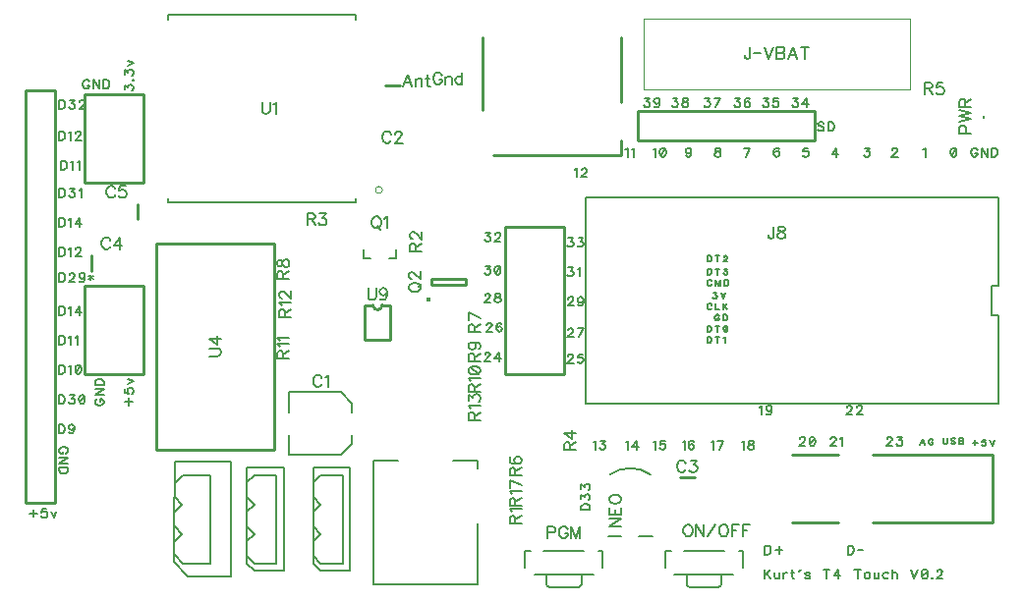
<source format=gto>
G04 DipTrace 3.3.1.3*
G04 Teensy4.0TouchDisplayLoRaV0.2.gto*
%MOIN*%
G04 #@! TF.FileFunction,Legend,Top*
G04 #@! TF.Part,Single*
%ADD10C,0.009843*%
%ADD15C,0.008*%
%ADD27C,0.005*%
%ADD50C,0.003937*%
%ADD57C,0.015404*%
%ADD59C,0.000013*%
%ADD138C,0.006176*%
%ADD139C,0.007*%
%FSLAX26Y26*%
G04*
G70*
G90*
G75*
G01*
G04 TopSilk*
%LPD*%
X1337321Y843640D2*
D15*
Y912385D1*
Y987399D2*
Y1056144D1*
X1512331D1*
X1549841Y1018637D1*
Y987399D1*
X1337321Y843640D2*
X1512331D1*
X1549841Y881147D1*
Y912385D1*
X1661743Y2097385D2*
D10*
X1712885D1*
X2661638Y766275D2*
X2712780D1*
X664939Y1468129D2*
Y1519271D1*
X822461Y1694271D2*
Y1643129D1*
X1976957Y824905D2*
D15*
X1894269D1*
X1976957Y403631D2*
Y612283D1*
Y824905D2*
Y797358D1*
X1622637Y403631D2*
Y824905D1*
X1705325D1*
X1622637Y403631D2*
X1976957D1*
X3118419Y2012285D2*
D10*
X2518419D1*
X3118419Y1912285D2*
X2518419D1*
X3118419Y2012285D2*
Y1912285D1*
X2518419Y2012285D2*
Y1912285D1*
X2268700Y1118700D2*
Y1618700D1*
X2068700Y1118700D2*
Y1618700D1*
X2268700Y1118700D2*
X2068700D1*
X2268700Y1618700D2*
X2068700D1*
X2463776Y2261401D2*
Y2040251D1*
Y1911779D2*
Y1860782D1*
X2029871D1*
X1991201Y2012792D2*
Y2259930D1*
X3443417Y2085628D2*
D50*
X2537905D1*
Y2325785D1*
X3443417D1*
Y2085628D1*
X1140682Y430054D2*
D27*
Y819818D1*
X947770D1*
X947634Y700940D2*
Y650933D1*
Y600927D1*
Y550920D1*
Y500952D1*
X947654Y481620D1*
X991070Y430054D1*
X1140682D1*
X948638Y549946D2*
X973638Y574930D1*
X948638Y599952D1*
X947770Y649920D2*
X971630Y674943D1*
X947770Y699927D1*
Y749933D1*
Y816661D1*
X949642Y748920D2*
X974642Y774917D1*
X1068636Y774956D1*
Y474916D1*
X975626Y474955D1*
X950627Y502940D1*
X1318611Y449936D2*
Y799936D1*
X1193611D1*
Y699941D2*
Y649926D1*
Y599946D1*
Y549931D1*
Y499951D1*
Y474926D1*
X1218611Y449936D1*
X1318611D1*
X1193611Y549931D2*
X1218611Y574921D1*
X1193611Y599946D1*
Y649926D2*
X1218611Y674951D1*
X1193611Y699941D1*
Y749921D1*
Y799936D1*
Y749921D2*
X1218611Y774946D1*
X1293611D1*
Y474926D1*
X1218611D1*
X1193611Y499951D1*
X1543587Y449936D2*
Y799936D1*
X1418587D1*
Y699941D2*
Y649926D1*
Y599946D1*
Y549931D1*
Y499951D1*
Y474926D1*
X1443587Y449936D1*
X1543587D1*
X1418587Y549931D2*
X1443587Y574921D1*
X1418587Y599946D1*
Y649926D2*
X1443587Y674951D1*
X1418587Y699941D1*
Y749921D1*
Y799936D1*
Y749921D2*
X1443587Y774946D1*
X1518587D1*
Y474926D1*
X1443587D1*
X1418587Y499951D1*
X543700Y2081700D2*
D10*
X443700D1*
X543700Y681700D2*
Y2081700D1*
Y681700D2*
X443700D1*
Y757300D1*
Y2081700D1*
X2568700Y568706D2*
D27*
X2523700D1*
X2418700D2*
X2463700D1*
X2424700Y776712D2*
G02X2562700Y776712I69000J-97267D01*
G01*
X2643699Y437449D2*
X2843701D1*
X2874935Y462453D2*
Y518695D1*
X2862435D1*
X2812434D2*
X2674966D1*
X2684688Y435449D2*
Y405447D1*
G03X2694701Y395451I10011J16D01*
G01*
X2792699D1*
G03X2802712Y405447I2J10012D01*
G01*
Y435449D1*
X2631199Y518695D2*
X2612465D1*
Y462453D1*
X643700Y1960400D2*
D10*
Y1768700D1*
Y2068700D2*
Y1768700D1*
X843700Y2068700D2*
Y1768700D1*
X643700Y2068700D2*
X843700D1*
X643700Y1768700D2*
X843700D1*
X643700Y1310400D2*
Y1118700D1*
Y1418700D2*
Y1118700D1*
X843700Y1418700D2*
Y1118700D1*
X643700Y1418700D2*
X843700D1*
X643700Y1118700D2*
X843700D1*
X2168699Y437449D2*
D27*
X2368701D1*
X2399935Y462453D2*
Y518695D1*
X2387435D1*
X2337434D2*
X2199966D1*
X2209688Y435449D2*
Y405447D1*
G03X2219701Y395451I10011J16D01*
G01*
X2317699D1*
G03X2327712Y405447I2J10012D01*
G01*
Y435449D1*
X2156199Y518695D2*
X2137465D1*
Y462453D1*
G36*
X3697637Y1993700D2*
X3689763D1*
Y1985827D1*
X3697637D1*
Y1993700D1*
G37*
X1675194Y1509875D2*
D15*
X1698815D1*
Y1541375D1*
X1612206Y1509875D2*
X1588585D1*
Y1541375D1*
D57*
X1808898Y1372202D3*
X1818099Y1422344D2*
D10*
X1936204D1*
Y1442030D1*
X1818099D1*
Y1422344D1*
X1629554Y1743103D2*
D59*
G02X1629554Y1743103I11784J0D01*
G01*
X924790Y2321839D2*
D27*
Y2337592D1*
X1562609D1*
Y2321839D1*
X924790Y1715551D2*
Y1699797D1*
X1562609D1*
Y1715551D1*
X3718640Y1418680D2*
D15*
Y1318720D1*
X3743700D1*
Y1018700D1*
X2343700D1*
Y1718700D1*
X3743700D1*
Y1418680D1*
X3718640D1*
X887388Y862335D2*
D10*
X1287388D1*
Y1562335D1*
X887388D1*
Y862335D1*
X1593125Y1351776D2*
Y1233655D1*
X1679760Y1351776D2*
Y1233655D1*
X1593125D2*
X1679760D1*
X1593125Y1351776D2*
X1620687D1*
X1652199D2*
X1679760D1*
X1620687D2*
G03X1652199Y1351776I15756J10D01*
G01*
X3722414Y614520D2*
Y842880D1*
Y614520D2*
X3372062D1*
X3722414Y842880D2*
X3372062D1*
Y614520D2*
X3316962D1*
X3200413D2*
X3042951D1*
X3372062Y842880D2*
X3316962D1*
X3200413D2*
X3042951D1*
X1753352Y2094913D2*
D138*
X1738010Y2135105D1*
X1722711Y2094913D1*
X1728459Y2108311D2*
X1747604D1*
X1765704Y2121708D2*
Y2094913D1*
Y2114059D2*
X1771452Y2119807D1*
X1775299Y2121708D1*
X1781002D1*
X1784849Y2119807D1*
X1786750Y2114059D1*
Y2094913D1*
X1804850Y2135105D2*
Y2102563D1*
X1806751Y2096859D1*
X1810598Y2094913D1*
X1814400D1*
X1799102Y2121708D2*
X1812499D1*
X1446955Y1105171D2*
X1445054Y1108974D1*
X1441207Y1112821D1*
X1437405Y1114722D1*
X1429756D1*
X1425909Y1112821D1*
X1422106Y1108974D1*
X1420161Y1105171D1*
X1418260Y1099423D1*
Y1089829D1*
X1420161Y1084125D1*
X1422106Y1080278D1*
X1425909Y1076476D1*
X1429756Y1074530D1*
X1437405D1*
X1441207Y1076476D1*
X1445054Y1080278D1*
X1446955Y1084125D1*
X1459307Y1107029D2*
X1463154Y1108974D1*
X1468902Y1114678D1*
Y1074530D1*
X1682089Y1932514D2*
X1680188Y1936317D1*
X1676341Y1940164D1*
X1672539Y1942065D1*
X1664889D1*
X1661042Y1940164D1*
X1657240Y1936317D1*
X1655294Y1932514D1*
X1653393Y1926766D1*
Y1917171D1*
X1655294Y1911468D1*
X1657240Y1907621D1*
X1661042Y1903818D1*
X1664889Y1901873D1*
X1672539D1*
X1676341Y1903818D1*
X1680188Y1907621D1*
X1682089Y1911468D1*
X1696386Y1932470D2*
Y1934371D1*
X1698287Y1938218D1*
X1700189Y1940119D1*
X1704035Y1942021D1*
X1711685D1*
X1715487Y1940119D1*
X1717388Y1938218D1*
X1719334Y1934371D1*
Y1930569D1*
X1717388Y1926722D1*
X1713586Y1921018D1*
X1694441Y1901873D1*
X1721235D1*
X2681984Y815303D2*
X2680083Y819105D1*
X2676236Y822952D1*
X2672434Y824853D1*
X2664784D1*
X2660937Y822952D1*
X2657135Y819105D1*
X2655189Y815303D1*
X2653288Y809555D1*
Y799960D1*
X2655189Y794256D1*
X2657135Y790409D1*
X2660937Y786607D1*
X2664784Y784661D1*
X2672434D1*
X2676236Y786607D1*
X2680083Y790409D1*
X2681984Y794256D1*
X2698182Y824809D2*
X2719185D1*
X2707733Y809510D1*
X2713481D1*
X2717283Y807609D1*
X2719185Y805708D1*
X2721130Y799960D1*
Y796157D1*
X2719185Y790409D1*
X2715382Y786563D1*
X2709634Y784661D1*
X2703886D1*
X2698182Y786563D1*
X2696281Y788508D1*
X2694336Y792311D1*
X729640Y1572255D2*
X727739Y1576058D1*
X723892Y1579905D1*
X720089Y1581806D1*
X712440D1*
X708593Y1579905D1*
X704791Y1576058D1*
X702845Y1572255D1*
X700944Y1566507D1*
Y1556913D1*
X702845Y1551209D1*
X704791Y1547362D1*
X708593Y1543560D1*
X712440Y1541614D1*
X720089D1*
X723892Y1543560D1*
X727739Y1547362D1*
X729640Y1551209D1*
X761137Y1541614D2*
Y1581762D1*
X741991Y1555011D1*
X770687D1*
X746359Y1747255D2*
X744458Y1751058D1*
X740611Y1754905D1*
X736809Y1756806D1*
X729160D1*
X725313Y1754905D1*
X721510Y1751058D1*
X719565Y1747255D1*
X717664Y1741507D1*
Y1731913D1*
X719565Y1726209D1*
X721510Y1722362D1*
X725313Y1718560D1*
X729160Y1716614D1*
X736809D1*
X740611Y1718560D1*
X744458Y1722362D1*
X746359Y1726209D1*
X781659Y1756762D2*
X762558D1*
X760656Y1739562D1*
X762558Y1741463D1*
X768306Y1743409D1*
X774009D1*
X779757Y1741463D1*
X783604Y1737661D1*
X785506Y1731913D1*
Y1728110D1*
X783604Y1722362D1*
X779757Y1718515D1*
X774009Y1716614D1*
X768306D1*
X762558Y1718515D1*
X760656Y1720461D1*
X758711Y1724263D1*
X1854794Y2131804D2*
X1852893Y2135607D1*
X1849046Y2139453D1*
X1845243Y2141355D1*
X1837594D1*
X1833747Y2139453D1*
X1829945Y2135607D1*
X1827999Y2131804D1*
X1826098Y2126056D1*
Y2116461D1*
X1827999Y2110757D1*
X1829945Y2106911D1*
X1833747Y2103108D1*
X1837594Y2101163D1*
X1845243D1*
X1849046Y2103108D1*
X1852893Y2106911D1*
X1854794Y2110757D1*
Y2116461D1*
X1845243D1*
X1867145Y2127957D2*
Y2101163D1*
Y2120308D2*
X1872893Y2126056D1*
X1876740Y2127957D1*
X1882444D1*
X1886291Y2126056D1*
X1888192Y2120308D1*
Y2101163D1*
X1923491Y2141355D2*
Y2101163D1*
Y2122209D2*
X1919689Y2126056D1*
X1915842Y2127957D1*
X1910094D1*
X1906291Y2126056D1*
X1902444Y2122209D1*
X1900543Y2116461D1*
Y2112659D1*
X1902444Y2106911D1*
X1906291Y2103108D1*
X1910094Y2101163D1*
X1915842D1*
X1919689Y2103108D1*
X1923491Y2106911D1*
X2980671Y1618223D2*
Y1587626D1*
X2978769Y1581878D1*
X2976824Y1579977D1*
X2973021Y1578031D1*
X2969175D1*
X2965372Y1579977D1*
X2963471Y1581878D1*
X2961525Y1587626D1*
Y1591429D1*
X3002573Y1618179D2*
X2996869Y1616278D1*
X2994923Y1612475D1*
Y1608629D1*
X2996869Y1604826D1*
X3000671Y1602881D1*
X3008321Y1600979D1*
X3014069Y1599078D1*
X3017871Y1595231D1*
X3019772Y1591429D1*
Y1585681D1*
X3017871Y1581878D1*
X3015970Y1579933D1*
X3010222Y1578031D1*
X3002573D1*
X2996869Y1579933D1*
X2994923Y1581878D1*
X2993022Y1585681D1*
Y1591429D1*
X2994923Y1595231D1*
X2998770Y1599078D1*
X3004474Y1600979D1*
X3012123Y1602881D1*
X3015970Y1604826D1*
X3017871Y1608629D1*
Y1612475D1*
X3015970Y1616278D1*
X3010222Y1618179D1*
X3002573D1*
X2900887Y2228212D2*
Y2197615D1*
X2898986Y2191867D1*
X2897040Y2189966D1*
X2893238Y2188020D1*
X2889391D1*
X2885588Y2189966D1*
X2883687Y2191867D1*
X2881742Y2197615D1*
Y2201418D1*
X2913238Y2208094D2*
X2935346D1*
X2947698Y2228212D2*
X2962996Y2188020D1*
X2978295Y2228212D1*
X2990646D2*
Y2188020D1*
X3007890D1*
X3013638Y2189966D1*
X3015540Y2191867D1*
X3017441Y2195670D1*
Y2201418D1*
X3015540Y2205264D1*
X3013638Y2207166D1*
X3007890Y2209067D1*
X3013638Y2211012D1*
X3015540Y2212914D1*
X3017441Y2216716D1*
Y2220563D1*
X3015540Y2224366D1*
X3013638Y2226311D1*
X3007890Y2228212D1*
X2990646D1*
Y2209067D2*
X3007890D1*
X3060434Y2188020D2*
X3045091Y2228212D1*
X3029792Y2188020D1*
X3035540Y2201418D2*
X3054686D1*
X3086182Y2228212D2*
Y2188020D1*
X3072785Y2228212D2*
X3099580D1*
X2422623Y628288D2*
X2462815D1*
X2422623Y601493D1*
X2462815D1*
X2422623Y665488D2*
Y640639D1*
X2462815D1*
Y665488D1*
X2441768Y640639D2*
Y655938D1*
X2422623Y689336D2*
X2424524Y685489D1*
X2428371Y681687D1*
X2432173Y679741D1*
X2437922Y677840D1*
X2447516D1*
X2453220Y679741D1*
X2457067Y681687D1*
X2460869Y685489D1*
X2462815Y689336D1*
Y696985D1*
X2460869Y700788D1*
X2457067Y704634D1*
X2453220Y706536D1*
X2447516Y708437D1*
X2437922D1*
X2432173Y706536D1*
X2428371Y704635D1*
X2424524Y700788D1*
X2422623Y696985D1*
Y689336D1*
X2685783Y607278D2*
X2681936Y605377D1*
X2678134Y601530D1*
X2676188Y597728D1*
X2674287Y591980D1*
Y582385D1*
X2676188Y576681D1*
X2678134Y572834D1*
X2681936Y569032D1*
X2685783Y567086D1*
X2693432D1*
X2697235Y569032D1*
X2701082Y572834D1*
X2702983Y576681D1*
X2704884Y582385D1*
Y591980D1*
X2702983Y597728D1*
X2701082Y601530D1*
X2697235Y605377D1*
X2693432Y607278D1*
X2685783D1*
X2744030D2*
Y567086D1*
X2717235Y607278D1*
Y567086D1*
X2756382D2*
X2783176Y607234D1*
X2807024Y607278D2*
X2803177Y605377D1*
X2799374Y601530D1*
X2797429Y597728D1*
X2795528Y591980D1*
Y582385D1*
X2797429Y576681D1*
X2799374Y572834D1*
X2803177Y569032D1*
X2807024Y567086D1*
X2814673D1*
X2818476Y569032D1*
X2822322Y572834D1*
X2824224Y576681D1*
X2826125Y582385D1*
Y591980D1*
X2824224Y597728D1*
X2822322Y601530D1*
X2818476Y605377D1*
X2814673Y607278D1*
X2807024D1*
X2863370D2*
X2838476D1*
Y567086D1*
Y588133D2*
X2853775D1*
X2900614Y607278D2*
X2875721D1*
Y567086D1*
Y588133D2*
X2891020D1*
X2213305Y579982D2*
X2230549D1*
X2236253Y581884D1*
X2238198Y583829D1*
X2240099Y587632D1*
Y593380D1*
X2238198Y597182D1*
X2236253Y599128D1*
X2230549Y601029D1*
X2213305D1*
Y560837D1*
X2281147Y591479D2*
X2279245Y595281D1*
X2275399Y599128D1*
X2271596Y601029D1*
X2263947D1*
X2260100Y599128D1*
X2256298Y595281D1*
X2254352Y591479D1*
X2252451Y585731D1*
Y576136D1*
X2254352Y570432D1*
X2256298Y566585D1*
X2260100Y562783D1*
X2263947Y560837D1*
X2271596D1*
X2275399Y562783D1*
X2279245Y566585D1*
X2281147Y570432D1*
Y576136D1*
X2271596D1*
X2324095Y560837D2*
Y601029D1*
X2308797Y560837D1*
X2293498Y601029D1*
Y560837D1*
X3631562Y1935409D2*
Y1952653D1*
X3629661Y1958357D1*
X3627715Y1960302D1*
X3623913Y1962203D1*
X3618165D1*
X3614362Y1960302D1*
X3612417Y1958357D1*
X3610515Y1952653D1*
Y1935409D1*
X3650707D1*
X3610515Y1974555D2*
X3650707Y1984149D1*
X3610515Y1993700D1*
X3650707Y2003251D1*
X3610515Y2012845D1*
X3629661Y2025197D2*
Y2042397D1*
X3627715Y2048145D1*
X3625814Y2050090D1*
X3622011Y2051991D1*
X3618165D1*
X3614362Y2050090D1*
X3612417Y2048145D1*
X3610515Y2042397D1*
Y2025197D1*
X3650707D1*
X3629661Y2038594D2*
X3650707Y2051991D1*
X1628902Y1653103D2*
X1625100Y1651246D1*
X1621253Y1647399D1*
X1619352Y1643552D1*
X1617406Y1637804D1*
Y1628253D1*
X1619352Y1622505D1*
X1621253Y1618703D1*
X1625100Y1614856D1*
X1628902Y1612955D1*
X1636552D1*
X1640398Y1614856D1*
X1644201Y1618703D1*
X1646102Y1622505D1*
X1648048Y1628253D1*
Y1637804D1*
X1646102Y1643552D1*
X1644201Y1647399D1*
X1640398Y1651246D1*
X1636552Y1653103D1*
X1628902D1*
X1634650Y1620604D2*
X1646102Y1609108D1*
X1660399Y1645409D2*
X1664246Y1647355D1*
X1669994Y1653058D1*
Y1612911D1*
X1742618Y1407914D2*
X1744475Y1404111D1*
X1748321Y1400265D1*
X1752168Y1398363D1*
X1757916Y1396418D1*
X1767467D1*
X1773215Y1398363D1*
X1777017Y1400265D1*
X1780864Y1404111D1*
X1782765Y1407914D1*
Y1415563D1*
X1780864Y1419410D1*
X1777017Y1423213D1*
X1773215Y1425114D1*
X1767467Y1427059D1*
X1757916D1*
X1752168Y1425114D1*
X1748321Y1423213D1*
X1744475Y1419410D1*
X1742618Y1415563D1*
Y1407914D1*
X1775116Y1413662D2*
X1786612Y1425114D1*
X1752212Y1441356D2*
X1750311D1*
X1746464Y1443257D1*
X1744563Y1445159D1*
X1742662Y1449005D1*
Y1456655D1*
X1744563Y1460457D1*
X1746464Y1462359D1*
X1750311Y1464304D1*
X1754114D1*
X1757960Y1462359D1*
X1763664Y1458556D1*
X1782810Y1439411D1*
Y1466205D1*
X2103773Y610994D2*
X2103774Y628194D1*
X2101828Y633942D1*
X2099927Y635887D1*
X2096124Y637788D1*
X2092277D1*
X2088475Y635887D1*
X2086529Y633942D1*
X2084628Y628194D1*
Y610994D1*
X2124820D1*
X2103774Y624391D2*
X2124820Y637788D1*
X2092322Y650140D2*
X2090376Y653987D1*
X2084672Y659735D1*
X2124820Y659734D1*
X1766275Y1535730D2*
Y1552930D1*
X1764329Y1558678D1*
X1762428Y1560623D1*
X1758626Y1562524D1*
X1754779D1*
X1750976Y1560623D1*
X1749031Y1558678D1*
X1747129Y1552930D1*
Y1535730D1*
X1787321D1*
X1766275Y1549127D2*
X1787321Y1562524D1*
X1756724Y1576821D2*
X1754823D1*
X1750976Y1578723D1*
X1749075Y1580624D1*
X1747174Y1584471D1*
Y1592120D1*
X1749075Y1595922D1*
X1750976Y1597824D1*
X1754823Y1599769D1*
X1758626D1*
X1762472Y1597824D1*
X1768176Y1594021D1*
X1787321Y1574876D1*
Y1601670D1*
X1398026Y1643787D2*
X1415226D1*
X1420974Y1645732D1*
X1422920Y1647633D1*
X1424821Y1651436D1*
Y1655283D1*
X1422920Y1659085D1*
X1420974Y1661031D1*
X1415226Y1662932D1*
X1398026D1*
Y1622740D1*
X1411424Y1643787D2*
X1424821Y1622740D1*
X1441019Y1662888D2*
X1462021D1*
X1450570Y1647589D1*
X1456318D1*
X1460120Y1645688D1*
X1462021Y1643787D1*
X1463967Y1638039D1*
Y1634236D1*
X1462021Y1628488D1*
X1458219Y1624641D1*
X1452471Y1622740D1*
X1446723D1*
X1441019Y1624641D1*
X1439118Y1626587D1*
X1437172Y1630389D1*
X2289404Y859774D2*
Y876974D1*
X2287459Y882722D1*
X2285558Y884667D1*
X2281755Y886569D1*
X2277908D1*
X2274106Y884667D1*
X2272160Y882722D1*
X2270259Y876974D1*
Y859774D1*
X2310451D1*
X2289404Y873171D2*
X2310451Y886568D1*
Y918065D2*
X2270303D1*
X2297054Y898920D1*
Y927616D1*
X3491982Y2087658D2*
X3509181D1*
X3514930Y2089604D1*
X3516875Y2091505D1*
X3518776Y2095307D1*
Y2099154D1*
X3516875Y2102957D1*
X3514930Y2104902D1*
X3509181Y2106803D1*
X3491982D1*
Y2066611D1*
X3505379Y2087658D2*
X3518776Y2066611D1*
X3554076Y2106759D2*
X3534974D1*
X3533073Y2089559D1*
X3534974Y2091461D1*
X3540722Y2093406D1*
X3546426D1*
X3552174Y2091461D1*
X3556021Y2087658D1*
X3557922Y2081910D1*
Y2078107D1*
X3556021Y2072359D1*
X3552174Y2068513D1*
X3546426Y2066611D1*
X3540722D1*
X3534974Y2068513D1*
X3533073Y2070458D1*
X3531128Y2074261D1*
X2103773Y774170D2*
X2103774Y791370D1*
X2101828Y797118D1*
X2099927Y799063D1*
X2096124Y800964D1*
X2092277D1*
X2088475Y799063D1*
X2086529Y797118D1*
X2084628Y791370D1*
Y774170D1*
X2124820D1*
X2103774Y787567D2*
X2124820Y800964D1*
X2090376Y836264D2*
X2086574Y834362D1*
X2084672Y828614D1*
Y824812D1*
X2086574Y819064D1*
X2092322Y815217D1*
X2101872Y813316D1*
X2111423D1*
X2119072Y815217D1*
X2122919Y819064D1*
X2124820Y824812D1*
Y826713D1*
X2122919Y832417D1*
X2119072Y836264D1*
X2113324Y838165D1*
X2111423D1*
X2105675Y836264D1*
X2101872Y832417D1*
X2099971Y826713D1*
Y824812D1*
X2101872Y819064D1*
X2105675Y815217D1*
X2111423Y813316D1*
X1964404Y1260953D2*
Y1278153D1*
X1962459Y1283901D1*
X1960558Y1285846D1*
X1956755Y1287747D1*
X1952908D1*
X1949106Y1285846D1*
X1947160Y1283901D1*
X1945259Y1278153D1*
Y1260953D1*
X1985451D1*
X1964404Y1274350D2*
X1985451Y1287747D1*
Y1307748D2*
X1945303Y1326894D1*
Y1300099D1*
X1316262Y1441888D2*
Y1459088D1*
X1314316Y1464836D1*
X1312415Y1466782D1*
X1308612Y1468683D1*
X1304766D1*
X1300963Y1466782D1*
X1299018Y1464836D1*
X1297116Y1459088D1*
Y1441888D1*
X1337308D1*
X1316262Y1455286D2*
X1337308Y1468683D1*
X1297161Y1490585D2*
X1299062Y1484881D1*
X1302864Y1482936D1*
X1306711D1*
X1310514Y1484881D1*
X1312459Y1488684D1*
X1314360Y1496333D1*
X1316262Y1502081D1*
X1320108Y1505883D1*
X1323911Y1507785D1*
X1329659D1*
X1333462Y1505883D1*
X1335407Y1503982D1*
X1337308Y1498234D1*
Y1490585D1*
X1335407Y1484881D1*
X1333462Y1482936D1*
X1329659Y1481034D1*
X1323911D1*
X1320108Y1482936D1*
X1316262Y1486782D1*
X1314360Y1492486D1*
X1312459Y1500135D1*
X1310514Y1503982D1*
X1306711Y1505884D1*
X1302864D1*
X1299062Y1503982D1*
X1297161Y1498234D1*
Y1490585D1*
X1964404Y1161809D2*
Y1179009D1*
X1962459Y1184757D1*
X1960558Y1186702D1*
X1956755Y1188604D1*
X1952908D1*
X1949106Y1186702D1*
X1947160Y1184757D1*
X1945259Y1179009D1*
Y1161809D1*
X1985451D1*
X1964404Y1175206D2*
X1985451Y1188604D1*
X1958656Y1225848D2*
X1964405Y1223903D1*
X1968251Y1220100D1*
X1970153Y1214352D1*
Y1212451D1*
X1968251Y1206703D1*
X1964405Y1202900D1*
X1958656Y1200955D1*
X1956755D1*
X1951007Y1202901D1*
X1947205Y1206703D1*
X1945303Y1212451D1*
Y1214352D1*
X1947205Y1220100D1*
X1951007Y1223903D1*
X1958656Y1225848D1*
X1968251D1*
X1977802Y1223903D1*
X1983550Y1220100D1*
X1985451Y1214352D1*
Y1210550D1*
X1983550Y1204802D1*
X1979703Y1202900D1*
X1964404Y1056039D2*
Y1073239D1*
X1962459Y1078987D1*
X1960558Y1080932D1*
X1956755Y1082833D1*
X1952908D1*
X1949106Y1080932D1*
X1947160Y1078987D1*
X1945259Y1073239D1*
Y1056039D1*
X1985451D1*
X1964404Y1069436D2*
X1985451Y1082833D1*
X1952953Y1095185D2*
X1951007Y1099032D1*
X1945303Y1104780D1*
X1985451D1*
X1945303Y1128627D2*
X1947205Y1122879D1*
X1952953Y1119032D1*
X1962503Y1117131D1*
X1968251D1*
X1977802Y1119032D1*
X1983550Y1122879D1*
X1985451Y1128627D1*
Y1132430D1*
X1983550Y1138178D1*
X1977802Y1141980D1*
X1968251Y1143926D1*
X1962503D1*
X1952953Y1141980D1*
X1947205Y1138178D1*
X1945303Y1132430D1*
Y1128627D1*
X1952953Y1141980D2*
X1977802Y1119032D1*
X1316262Y1170771D2*
Y1187971D1*
X1314316Y1193719D1*
X1312415Y1195665D1*
X1308612Y1197566D1*
X1304766D1*
X1300963Y1195665D1*
X1299018Y1193719D1*
X1297116Y1187971D1*
Y1170771D1*
X1337308D1*
X1316262Y1184169D2*
X1337308Y1197566D1*
X1304810Y1209917D2*
X1302864Y1213764D1*
X1297161Y1219512D1*
X1337308D1*
X1304810Y1231863D2*
X1302864Y1235710D1*
X1297161Y1241458D1*
X1337308D1*
X1322511Y1312156D2*
Y1329355D1*
X1320566Y1335103D1*
X1318664Y1337049D1*
X1314862Y1338950D1*
X1311015D1*
X1307212Y1337049D1*
X1305267Y1335104D1*
X1303366Y1329355D1*
Y1312156D1*
X1343558D1*
X1322511Y1325553D2*
X1343558Y1338950D1*
X1311059Y1351302D2*
X1309114Y1355148D1*
X1303410Y1360896D1*
X1343558D1*
X1312960Y1375193D2*
X1311059D1*
X1307212Y1377095D1*
X1305311Y1378996D1*
X1303410Y1382843D1*
Y1390492D1*
X1305311Y1394294D1*
X1307212Y1396196D1*
X1311059Y1398141D1*
X1314862D1*
X1318709Y1396196D1*
X1324412Y1392393D1*
X1343558Y1373248D1*
Y1400042D1*
X1964404Y962192D2*
Y979392D1*
X1962459Y985140D1*
X1960558Y987086D1*
X1956755Y988987D1*
X1952908D1*
X1949106Y987086D1*
X1947160Y985140D1*
X1945259Y979392D1*
Y962192D1*
X1985451D1*
X1964404Y975590D2*
X1985451Y988987D1*
X1952953Y1001338D2*
X1951007Y1005185D1*
X1945303Y1010933D1*
X1985451D1*
X1945303Y1027131D2*
Y1048134D1*
X1960602Y1036682D1*
Y1042430D1*
X1962503Y1046232D1*
X1964404Y1048134D1*
X1970153Y1050079D1*
X1973955D1*
X1979703Y1048134D1*
X1983550Y1044331D1*
X1985451Y1038583D1*
Y1032835D1*
X1983550Y1027131D1*
X1981604Y1025230D1*
X1977802Y1023285D1*
X2103773Y670591D2*
X2103774Y687791D1*
X2101828Y693539D1*
X2099927Y695485D1*
X2096124Y697386D1*
X2092277D1*
X2088475Y695485D1*
X2086529Y693539D1*
X2084628Y687791D1*
Y670591D1*
X2124820D1*
X2103774Y683989D2*
X2124820Y697386D1*
X2092322Y709737D2*
X2090376Y713584D1*
X2084672Y719332D1*
X2124820D1*
Y739333D2*
X2084672Y758478D1*
Y731683D1*
X1244907Y2041201D2*
Y2012505D1*
X1246808Y2006757D1*
X1250655Y2002954D1*
X1256403Y2001008D1*
X1260206D1*
X1265954Y2002954D1*
X1269800Y2006757D1*
X1271702Y2012505D1*
Y2041201D1*
X1284053Y2033507D2*
X1287900Y2035452D1*
X1293648Y2041156D1*
Y2001008D1*
X1064882Y1178414D2*
X1093578D1*
X1099326Y1180316D1*
X1103128Y1184162D1*
X1105074Y1189910D1*
Y1193713D1*
X1103128Y1199461D1*
X1099326Y1203308D1*
X1093578Y1205209D1*
X1064882D1*
X1105074Y1236706D2*
X1064926D1*
X1091677Y1217560D1*
Y1246256D1*
X1604423Y1410355D2*
Y1381659D1*
X1606324Y1375911D1*
X1610171Y1372108D1*
X1615919Y1370163D1*
X1619722D1*
X1625470Y1372108D1*
X1629316Y1375911D1*
X1631218Y1381659D1*
Y1410355D1*
X1668463Y1396957D2*
X1666517Y1391209D1*
X1662714Y1387362D1*
X1656966Y1385461D1*
X1655065D1*
X1649317Y1387362D1*
X1645515Y1391209D1*
X1643569Y1396957D1*
Y1398859D1*
X1645515Y1404607D1*
X1649317Y1408409D1*
X1655065Y1410310D1*
X1656966D1*
X1662714Y1408409D1*
X1666517Y1404607D1*
X1668463Y1396957D1*
Y1387362D1*
X1666517Y1377812D1*
X1662714Y1372064D1*
X1656966Y1370163D1*
X1653164D1*
X1647416Y1372064D1*
X1645515Y1375911D1*
X2949682Y454583D2*
D139*
Y424439D1*
X2969778Y454583D2*
X2949682Y434487D1*
X2956845Y441684D2*
X2969778Y424439D1*
X2983778Y444535D2*
Y430176D1*
X2985204Y425899D1*
X2988089Y424439D1*
X2992400D1*
X2995252Y425899D1*
X2999563Y430176D1*
Y444535D2*
Y424439D1*
X3013563Y444535D2*
Y424439D1*
Y435913D2*
X3015022Y440224D1*
X3017874Y443109D1*
X3020759Y444535D1*
X3025070D1*
X3043381Y454583D2*
Y430176D1*
X3044807Y425899D1*
X3047692Y424439D1*
X3050544D1*
X3039070Y444535D2*
X3049118D1*
X3071740Y454550D2*
X3064544Y445928D1*
X3073166Y453124D1*
X3071740Y454550D1*
X3102951Y440224D2*
X3101525Y443109D1*
X3097214Y444535D1*
X3092903D1*
X3088592Y443109D1*
X3087166Y440224D1*
X3088592Y437373D1*
X3091477Y435913D1*
X3098640Y434487D1*
X3101525Y433061D1*
X3102951Y430176D1*
Y428750D1*
X3101525Y425899D1*
X3097214Y424439D1*
X3092903D1*
X3088592Y425899D1*
X3087166Y428750D1*
X3160896Y454583D2*
Y424439D1*
X3150848Y454583D2*
X3170944D1*
X3199303Y424439D2*
Y454550D1*
X3184944Y434487D1*
X3206466D1*
X3264411Y454583D2*
Y424439D1*
X3254363Y454583D2*
X3274459D1*
X3295622Y444535D2*
X3292770Y443109D1*
X3289885Y440224D1*
X3288459Y435913D1*
Y433061D1*
X3289885Y428750D1*
X3292770Y425899D1*
X3295622Y424439D1*
X3299933D1*
X3302818Y425899D1*
X3305670Y428750D1*
X3307129Y433061D1*
Y435913D1*
X3305670Y440224D1*
X3302818Y443109D1*
X3299933Y444535D1*
X3295622D1*
X3321129D2*
Y430176D1*
X3322555Y425899D1*
X3325440Y424439D1*
X3329751D1*
X3332603Y425899D1*
X3336914Y430176D1*
Y444535D2*
Y424439D1*
X3368158Y440224D2*
X3365273Y443109D1*
X3362388Y444535D1*
X3358110D1*
X3355225Y443109D1*
X3352373Y440224D1*
X3350914Y435913D1*
Y433061D1*
X3352373Y428750D1*
X3355225Y425899D1*
X3358110Y424439D1*
X3362388D1*
X3365273Y425899D1*
X3368158Y428750D1*
X3382158Y454583D2*
Y424439D1*
Y438798D2*
X3386469Y443109D1*
X3389354Y444535D1*
X3393665D1*
X3396517Y443109D1*
X3397943Y438798D1*
Y424439D1*
X3445840Y454583D2*
X3457314Y424439D1*
X3468788Y454583D1*
X3491410Y454550D2*
X3487099Y453124D1*
X3484214Y448813D1*
X3482788Y441650D1*
Y437339D1*
X3484214Y430176D1*
X3487099Y425865D1*
X3491410Y424439D1*
X3494262D1*
X3498573Y425865D1*
X3501425Y430176D1*
X3502884Y437339D1*
Y441650D1*
X3501425Y448813D1*
X3498573Y453124D1*
X3494262Y454550D1*
X3491410D1*
X3501425Y448813D2*
X3484214Y430176D1*
X3518310Y427325D2*
X3516884Y425865D1*
X3518310Y424439D1*
X3519769Y425865D1*
X3518310Y427325D1*
X3535228Y447387D2*
Y448813D1*
X3536654Y451698D1*
X3538080Y453124D1*
X3540965Y454550D1*
X3546702D1*
X3549554Y453124D1*
X3550980Y451698D1*
X3552439Y448813D1*
Y445961D1*
X3550980Y443076D1*
X3548128Y438798D1*
X3533769Y424439D1*
X3553865D1*
X780776Y1023718D2*
X806609D1*
X793709Y1010818D2*
Y1036651D1*
X778637Y1067862D2*
Y1053536D1*
X791537Y1052110D1*
X790111Y1053536D1*
X788652Y1057847D1*
Y1062125D1*
X790111Y1066436D1*
X792963Y1069321D1*
X797274Y1070747D1*
X800126D1*
X804437Y1069321D1*
X807322Y1066436D1*
X808748Y1062125D1*
Y1057847D1*
X807322Y1053536D1*
X805863Y1052110D1*
X803011Y1050651D1*
X788652Y1084747D2*
X808748Y1093369D1*
X788652Y1101958D1*
X658946Y2109746D2*
X657520Y2112598D1*
X654635Y2115483D1*
X651783Y2116909D1*
X646046D1*
X643161Y2115483D1*
X640309Y2112598D1*
X638850Y2109746D1*
X637424Y2105435D1*
Y2098239D1*
X638850Y2093961D1*
X640309Y2091076D1*
X643161Y2088224D1*
X646046Y2086765D1*
X651783D1*
X654635Y2088224D1*
X657520Y2091076D1*
X658946Y2093961D1*
Y2098239D1*
X651783D1*
X693042Y2116909D2*
Y2086765D1*
X672946Y2116909D1*
Y2086765D1*
X707042Y2116909D2*
Y2086765D1*
X717090D1*
X721401Y2088224D1*
X724286Y2091076D1*
X725712Y2093961D1*
X727138Y2098239D1*
Y2105435D1*
X725712Y2109746D1*
X724286Y2112598D1*
X721401Y2115483D1*
X717090Y2116909D1*
X707042D1*
X685064Y1033054D2*
X682212Y1031628D1*
X679327Y1028743D1*
X677901Y1025891D1*
Y1020154D1*
X679327Y1017269D1*
X682212Y1014417D1*
X685063Y1012958D1*
X689374Y1011532D1*
X696571D1*
X700848Y1012958D1*
X703734Y1014417D1*
X706585Y1017269D1*
X708045Y1020154D1*
Y1025891D1*
X706585Y1028743D1*
X703734Y1031628D1*
X700849Y1033054D1*
X696571D1*
Y1025891D1*
X677901Y1067150D2*
X708045D1*
X677901Y1047054D1*
X708045D1*
X677901Y1081150D2*
X708045D1*
Y1091198D1*
X706585Y1095509D1*
X703734Y1098394D1*
X700848Y1099820D1*
X696571Y1101246D1*
X689375D1*
X685064Y1099820D1*
X682212Y1098394D1*
X679327Y1095509D1*
X677901Y1091198D1*
Y1081150D1*
X777960Y2083018D2*
Y2098770D1*
X789434Y2090181D1*
Y2094492D1*
X790860Y2097344D1*
X792286Y2098770D1*
X796597Y2100229D1*
X799449D1*
X803760Y2098770D1*
X806645Y2095918D1*
X808071Y2091607D1*
Y2087296D1*
X806645Y2083018D1*
X805186Y2081592D1*
X802334Y2080133D1*
X805186Y2115655D2*
X806645Y2114229D1*
X808071Y2115655D1*
X806645Y2117114D1*
X805186Y2115655D1*
X777960Y2133999D2*
Y2149751D1*
X789434Y2141162D1*
Y2145473D1*
X790860Y2148325D1*
X792286Y2149751D1*
X796597Y2151210D1*
X799449D1*
X803760Y2149751D1*
X806645Y2146899D1*
X808071Y2142588D1*
Y2138277D1*
X806645Y2133999D1*
X805186Y2132573D1*
X802334Y2131114D1*
X787975Y2165210D2*
X808071Y2173832D1*
X787975Y2182421D1*
X3193781Y1855539D2*
Y1885650D1*
X3179422Y1865587D1*
X3200944D1*
X3096551Y1885650D2*
X3082225D1*
X3080800Y1872750D1*
X3082225Y1874176D1*
X3086537Y1875635D1*
X3090814D1*
X3095125Y1874176D1*
X3098010Y1871324D1*
X3099436Y1867013D1*
Y1864161D1*
X3098010Y1859850D1*
X3095125Y1856965D1*
X3090814Y1855539D1*
X3086537D1*
X3082225Y1856965D1*
X3080800Y1858424D1*
X3079340Y1861276D1*
X2997929Y1881372D2*
X2996503Y1884224D1*
X2992192Y1885650D1*
X2989340D1*
X2985029Y1884224D1*
X2982144Y1879913D1*
X2980718Y1872750D1*
Y1865587D1*
X2982144Y1859850D1*
X2985029Y1856965D1*
X2989340Y1855539D1*
X2990766D1*
X2995044Y1856965D1*
X2997929Y1859850D1*
X2999355Y1864161D1*
Y1865587D1*
X2997929Y1869898D1*
X2995044Y1872750D1*
X2990766Y1874176D1*
X2989340D1*
X2985029Y1872750D1*
X2982144Y1869898D1*
X2980718Y1865587D1*
X2886373Y1855539D2*
X2900732Y1885650D1*
X2880636D1*
X2787750D2*
X2783472Y1884224D1*
X2782013Y1881372D1*
Y1878487D1*
X2783472Y1875635D1*
X2786324Y1874176D1*
X2792061Y1872750D1*
X2796372Y1871324D1*
X2799224Y1868439D1*
X2800650Y1865587D1*
Y1861276D1*
X2799224Y1858424D1*
X2797798Y1856965D1*
X2793487Y1855539D1*
X2787750D1*
X2783472Y1856965D1*
X2782013Y1858424D1*
X2780587Y1861276D1*
Y1865587D1*
X2782013Y1868439D1*
X2784898Y1871324D1*
X2789176Y1872750D1*
X2794913Y1874176D1*
X2797798Y1875635D1*
X2799224Y1878487D1*
Y1881372D1*
X2797798Y1884224D1*
X2793487Y1885650D1*
X2787750D1*
X2700601Y1875635D2*
X2699142Y1871324D1*
X2696290Y1868439D1*
X2691979Y1867013D1*
X2690553D1*
X2686242Y1868439D1*
X2683390Y1871324D1*
X2681931Y1875635D1*
Y1877061D1*
X2683390Y1881372D1*
X2686242Y1884224D1*
X2690553Y1885650D1*
X2691979D1*
X2696290Y1884224D1*
X2699142Y1881372D1*
X2700601Y1875635D1*
Y1868439D1*
X2699142Y1861276D1*
X2696290Y1856965D1*
X2691979Y1855539D1*
X2689127D1*
X2684816Y1856965D1*
X2683390Y1859850D1*
X2573151Y1879913D2*
X2576037Y1881372D1*
X2580348Y1885650D1*
Y1855539D1*
X2602970Y1885650D2*
X2598659Y1884224D1*
X2595773Y1879913D1*
X2594348Y1872750D1*
Y1868439D1*
X2595773Y1861276D1*
X2598659Y1856965D1*
X2602970Y1855539D1*
X2605821D1*
X2610133Y1856965D1*
X2612984Y1861276D1*
X2614444Y1868439D1*
Y1872750D1*
X2612984Y1879913D1*
X2610133Y1884224D1*
X2605821Y1885650D1*
X2602970D1*
X2612984Y1879913D2*
X2595773Y1861276D1*
X2477272Y1879913D2*
X2480157Y1881372D1*
X2484468Y1885650D1*
Y1855539D1*
X2498468Y1879913D2*
X2501353Y1881372D1*
X2505664Y1885650D1*
Y1855539D1*
X2305999Y1811170D2*
X2308884Y1812629D1*
X2313195Y1816907D1*
Y1786796D1*
X2328654Y1809744D2*
Y1811170D1*
X2330080Y1814055D1*
X2331506Y1815481D1*
X2334391Y1816907D1*
X2340128D1*
X2342980Y1815481D1*
X2344406Y1814055D1*
X2345865Y1811170D1*
Y1808318D1*
X2344406Y1805433D1*
X2341554Y1801155D1*
X2327195Y1786796D1*
X2347291D1*
X2368493Y886267D2*
X2371378Y887726D1*
X2375689Y892004D1*
Y861894D1*
X2392574Y892004D2*
X2408326D1*
X2399737Y880530D1*
X2404048D1*
X2406900Y879104D1*
X2408326Y877678D1*
X2409785Y873367D1*
Y870516D1*
X2408326Y866205D1*
X2405474Y863319D1*
X2401163Y861894D1*
X2396852D1*
X2392574Y863319D1*
X2391148Y864779D1*
X2389689Y867630D1*
X2479289Y886267D2*
X2482174Y887726D1*
X2486485Y892004D1*
Y861894D1*
X2514844D2*
Y892004D1*
X2500485Y871942D1*
X2522007D1*
X2001240Y1184810D2*
Y1186236D1*
X2002666Y1189121D1*
X2004092Y1190547D1*
X2006977Y1191973D1*
X2012714D1*
X2015566Y1190547D1*
X2016992Y1189121D1*
X2018451Y1186236D1*
Y1183384D1*
X2016992Y1180499D1*
X2014140Y1176221D1*
X1999781Y1161862D1*
X2019877D1*
X2048236D2*
Y1191973D1*
X2033877Y1171910D1*
X2055399D1*
X2282461Y1178561D2*
Y1179987D1*
X2283887Y1182872D1*
X2285313Y1184298D1*
X2288198Y1185724D1*
X2293935D1*
X2296787Y1184298D1*
X2298213Y1182872D1*
X2299672Y1179987D1*
Y1177135D1*
X2298213Y1174250D1*
X2295361Y1169972D1*
X2281002Y1155613D1*
X2301098D1*
X2332309Y1185724D2*
X2317983D1*
X2316557Y1172824D1*
X2317983Y1174250D1*
X2322294Y1175709D1*
X2326572D1*
X2330883Y1174250D1*
X2333768Y1171398D1*
X2335194Y1167087D1*
Y1164235D1*
X2333768Y1159924D1*
X2330883Y1157039D1*
X2326572Y1155613D1*
X2322294D1*
X2317983Y1157039D1*
X2316557Y1158498D1*
X2315098Y1161350D1*
X2007490Y1284799D2*
Y1286225D1*
X2008916Y1289110D1*
X2010342Y1290536D1*
X2013227Y1291962D1*
X2018964D1*
X2021816Y1290536D1*
X2023242Y1289110D1*
X2024701Y1286225D1*
Y1283373D1*
X2023242Y1280488D1*
X2020390Y1276211D1*
X2006031Y1261852D1*
X2026127D1*
X2057338Y1287685D2*
X2055912Y1290536D1*
X2051601Y1291962D1*
X2048749D1*
X2044438Y1290536D1*
X2041553Y1286225D1*
X2040127Y1279062D1*
Y1271900D1*
X2041553Y1266163D1*
X2044438Y1263277D1*
X2048749Y1261852D1*
X2050175D1*
X2054453Y1263277D1*
X2057338Y1266163D1*
X2058764Y1270474D1*
Y1271900D1*
X2057338Y1276211D1*
X2054453Y1279062D1*
X2050175Y1280488D1*
X2048749D1*
X2044438Y1279062D1*
X2041553Y1276211D1*
X2040127Y1271900D1*
X2282461Y1266051D2*
Y1267477D1*
X2283887Y1270362D1*
X2285313Y1271788D1*
X2288198Y1273214D1*
X2293935D1*
X2296787Y1271788D1*
X2298213Y1270362D1*
X2299672Y1267477D1*
Y1264625D1*
X2298213Y1261740D1*
X2295361Y1257463D1*
X2281002Y1243103D1*
X2301098D1*
X2320835D2*
X2335194Y1273214D1*
X2315098D1*
X2283887Y1479443D2*
X2299639D1*
X2291050Y1467969D1*
X2295361D1*
X2298213Y1466543D1*
X2299639Y1465117D1*
X2301098Y1460806D1*
Y1457954D1*
X2299639Y1453643D1*
X2296787Y1450758D1*
X2292476Y1449332D1*
X2288165D1*
X2283887Y1450758D1*
X2282461Y1452217D1*
X2281002Y1455069D1*
X2315098Y1473706D2*
X2317983Y1475165D1*
X2322294Y1479443D1*
Y1449332D1*
X2002666Y1598180D2*
X2018418D1*
X2009829Y1586706D1*
X2014140D1*
X2016992Y1585280D1*
X2018418Y1583854D1*
X2019877Y1579543D1*
Y1576691D1*
X2018418Y1572380D1*
X2015566Y1569495D1*
X2011255Y1568069D1*
X2006944D1*
X2002666Y1569495D1*
X2001240Y1570954D1*
X1999781Y1573806D1*
X2035336Y1591017D2*
Y1592443D1*
X2036762Y1595328D1*
X2038188Y1596754D1*
X2041073Y1598180D1*
X2046810D1*
X2049662Y1596754D1*
X2051088Y1595328D1*
X2052547Y1592443D1*
Y1589591D1*
X2051088Y1586706D1*
X2048236Y1582428D1*
X2033877Y1568069D1*
X2053973D1*
X2572763Y886267D2*
X2575648Y887726D1*
X2579959Y892004D1*
Y861894D1*
X2611170Y892004D2*
X2596844D1*
X2595418Y879104D1*
X2596844Y880530D1*
X2601155Y881990D1*
X2605433D1*
X2609744Y880530D1*
X2612629Y877678D1*
X2614055Y873367D1*
Y870516D1*
X2612629Y866205D1*
X2609744Y863319D1*
X2605433Y861894D1*
X2601155D1*
X2596844Y863319D1*
X2595418Y864779D1*
X2593959Y867630D1*
X2671061Y886267D2*
X2673946Y887726D1*
X2678257Y892004D1*
Y861894D1*
X2709468Y887726D2*
X2708042Y890578D1*
X2703731Y892004D1*
X2700879D1*
X2696568Y890578D1*
X2693683Y886267D1*
X2692257Y879104D1*
Y871942D1*
X2693683Y866205D1*
X2696568Y863319D1*
X2700879Y861894D1*
X2702305D1*
X2706583Y863319D1*
X2709468Y866205D1*
X2710894Y870516D1*
Y871942D1*
X2709468Y876253D1*
X2706583Y879104D1*
X2702305Y880530D1*
X2700879D1*
X2696568Y879104D1*
X2693683Y876253D1*
X2692257Y871942D1*
X2767899Y886267D2*
X2770785Y887726D1*
X2775096Y892004D1*
Y861894D1*
X2794833D2*
X2809192Y892004D1*
X2789096D1*
X2872447Y886267D2*
X2875332Y887726D1*
X2879643Y892004D1*
Y861894D1*
X2900806Y892004D2*
X2896528Y890578D1*
X2895069Y887726D1*
Y884841D1*
X2896528Y881990D1*
X2899380Y880530D1*
X2905117Y879104D1*
X2909428Y877678D1*
X2912280Y874793D1*
X2913706Y871942D1*
Y867630D1*
X2912280Y864779D1*
X2910854Y863319D1*
X2906543Y861894D1*
X2900806D1*
X2896528Y863319D1*
X2895069Y864779D1*
X2893643Y867630D1*
Y871942D1*
X2895069Y874793D1*
X2897954Y877678D1*
X2902232Y879104D1*
X2907969Y880530D1*
X2910854Y881990D1*
X2912280Y884841D1*
Y887726D1*
X2910854Y890578D1*
X2906543Y892004D1*
X2900806D1*
X2933214Y1005005D2*
X2936100Y1006464D1*
X2940411Y1010742D1*
Y980631D1*
X2973081Y1000727D2*
X2971621Y996416D1*
X2968770Y993531D1*
X2964459Y992105D1*
X2963033D1*
X2958722Y993531D1*
X2955870Y996416D1*
X2954411Y1000727D1*
Y1002153D1*
X2955870Y1006464D1*
X2958722Y1009316D1*
X2963033Y1010742D1*
X2964459D1*
X2968770Y1009316D1*
X2971621Y1006464D1*
X2973081Y1000727D1*
Y993531D1*
X2971621Y986368D1*
X2968770Y982057D1*
X2964459Y980631D1*
X2961607D1*
X2957296Y982057D1*
X2955870Y984942D1*
X3069041Y897340D2*
Y898766D1*
X3070467Y901651D1*
X3071893Y903077D1*
X3074778Y904503D1*
X3080515D1*
X3083367Y903077D1*
X3084793Y901651D1*
X3086252Y898766D1*
Y895914D1*
X3084793Y893029D1*
X3081941Y888751D1*
X3067582Y874392D1*
X3087678D1*
X3110300Y904503D2*
X3105989Y903077D1*
X3103104Y898766D1*
X3101678Y891603D1*
Y887292D1*
X3103104Y880129D1*
X3105989Y875818D1*
X3110300Y874392D1*
X3113152D1*
X3117463Y875818D1*
X3120315Y880129D1*
X3121774Y887292D1*
Y891603D1*
X3120315Y898766D1*
X3117463Y903077D1*
X3113152Y904503D1*
X3110300D1*
X3120315Y898766D2*
X3103104Y880129D1*
X3173989Y897340D2*
Y898766D1*
X3175414Y901651D1*
X3176840Y903077D1*
X3179725Y904503D1*
X3185462D1*
X3188314Y903077D1*
X3189740Y901651D1*
X3191199Y898766D1*
Y895914D1*
X3189740Y893029D1*
X3186888Y888751D1*
X3172529Y874392D1*
X3192625D1*
X3206625Y898766D2*
X3209510Y900225D1*
X3213821Y904503D1*
Y874392D1*
X3228541Y1003579D2*
Y1005005D1*
X3229967Y1007890D1*
X3231393Y1009316D1*
X3234278Y1010742D1*
X3240015D1*
X3242867Y1009316D1*
X3244293Y1007890D1*
X3245752Y1005005D1*
Y1002153D1*
X3244293Y999268D1*
X3241441Y994990D1*
X3227082Y980631D1*
X3247178D1*
X3262637Y1003579D2*
Y1005005D1*
X3264063Y1007890D1*
X3265489Y1009316D1*
X3268374Y1010742D1*
X3274111D1*
X3276963Y1009316D1*
X3278389Y1007890D1*
X3279848Y1005005D1*
Y1002153D1*
X3278389Y999268D1*
X3275537Y994990D1*
X3261178Y980631D1*
X3281274D1*
X3555057Y900249D2*
Y885901D1*
X3556008Y883027D1*
X3557931Y881126D1*
X3560805Y880153D1*
X3562706D1*
X3565580Y881126D1*
X3567504Y883027D1*
X3568454Y885901D1*
Y900249D1*
X3595852Y897375D2*
X3593950Y899299D1*
X3591076Y900249D1*
X3587252D1*
X3584378Y899299D1*
X3582454Y897375D1*
Y895474D1*
X3583427Y893550D1*
X3584378Y892600D1*
X3586279Y891649D1*
X3592027Y889726D1*
X3593950Y888775D1*
X3594901Y887802D1*
X3595852Y885901D1*
Y883027D1*
X3593950Y881126D1*
X3591076Y880153D1*
X3587252D1*
X3584378Y881126D1*
X3582454Y883027D1*
X3609852Y900249D2*
Y880153D1*
X3618474D1*
X3621348Y881126D1*
X3622298Y882077D1*
X3623249Y883978D1*
Y886852D1*
X3622298Y888775D1*
X3621348Y889726D1*
X3618474Y890676D1*
X3621348Y891649D1*
X3622298Y892600D1*
X3623249Y894501D1*
Y896425D1*
X3622298Y898326D1*
X3621348Y899299D1*
X3618474Y900249D1*
X3609852D1*
Y890676D2*
X3618474D1*
X3492437Y878410D2*
X3484765Y898506D1*
X3477116Y878410D1*
X3479990Y885109D2*
X3489563D1*
X3520785Y893731D2*
X3519834Y895632D1*
X3517911Y897556D1*
X3516009Y898506D1*
X3512185D1*
X3510261Y897556D1*
X3508360Y895632D1*
X3507387Y893731D1*
X3506437Y890857D1*
Y886060D1*
X3507387Y883208D1*
X3508360Y881284D1*
X3510261Y879383D1*
X3512185Y878410D1*
X3516009D1*
X3517911Y879383D1*
X3519834Y881284D1*
X3520785Y883208D1*
Y886060D1*
X3516009D1*
X2283887Y1579432D2*
X2299639D1*
X2291050Y1567958D1*
X2295361D1*
X2298213Y1566532D1*
X2299639Y1565106D1*
X2301098Y1560795D1*
Y1557943D1*
X2299639Y1553632D1*
X2296787Y1550747D1*
X2292476Y1549321D1*
X2288165D1*
X2283887Y1550747D1*
X2282461Y1552206D1*
X2281002Y1555058D1*
X2317983Y1579432D2*
X2333735D1*
X2325146Y1567958D1*
X2329457D1*
X2332309Y1566532D1*
X2333735Y1565106D1*
X2335194Y1560795D1*
Y1557943D1*
X2333735Y1553632D1*
X2330883Y1550747D1*
X2326572Y1549321D1*
X2322261D1*
X2317983Y1550747D1*
X2316557Y1552206D1*
X2315098Y1555058D1*
X556183Y2048166D2*
Y2018022D1*
X566231D1*
X570542Y2019481D1*
X573427Y2022333D1*
X574853Y2025218D1*
X576279Y2029496D1*
Y2036692D1*
X574853Y2041003D1*
X573427Y2043855D1*
X570542Y2046740D1*
X566231Y2048166D1*
X556183D1*
X593164Y2048133D2*
X608916D1*
X600327Y2036659D1*
X604638D1*
X607490Y2035233D1*
X608916Y2033807D1*
X610375Y2029496D1*
Y2026644D1*
X608916Y2022333D1*
X606064Y2019448D1*
X601753Y2018022D1*
X597442D1*
X593164Y2019448D1*
X591738Y2020907D1*
X590279Y2023759D1*
X625834Y2040970D2*
Y2042396D1*
X627260Y2045281D1*
X628686Y2046707D1*
X631571Y2048133D1*
X637308D1*
X640160Y2046707D1*
X641586Y2045281D1*
X643045Y2042396D1*
Y2039544D1*
X641586Y2036659D1*
X638734Y2032381D1*
X624375Y2018022D1*
X644471D1*
X556183Y1941927D2*
Y1911783D1*
X566231D1*
X570542Y1913242D1*
X573427Y1916094D1*
X574853Y1918979D1*
X576279Y1923257D1*
Y1930453D1*
X574853Y1934764D1*
X573427Y1937616D1*
X570542Y1940501D1*
X566231Y1941927D1*
X556183D1*
X590279Y1936157D2*
X593164Y1937616D1*
X597475Y1941894D1*
Y1911783D1*
X612934Y1934731D2*
Y1936157D1*
X614360Y1939042D1*
X615786Y1940468D1*
X618671Y1941894D1*
X624408D1*
X627260Y1940468D1*
X628686Y1939042D1*
X630145Y1936157D1*
Y1933305D1*
X628686Y1930420D1*
X625834Y1926142D1*
X611475Y1911783D1*
X631571D1*
X562432Y1841938D2*
Y1811794D1*
X572480D1*
X576791Y1813253D1*
X579676Y1816105D1*
X581102Y1818990D1*
X582528Y1823268D1*
Y1830464D1*
X581102Y1834775D1*
X579676Y1837627D1*
X576791Y1840512D1*
X572480Y1841938D1*
X562432D1*
X596528Y1836168D2*
X599413Y1837627D1*
X603724Y1841905D1*
Y1811794D1*
X617724Y1836168D2*
X620609Y1837627D1*
X624920Y1841905D1*
Y1811794D1*
X556183Y1748198D2*
Y1718054D1*
X566231D1*
X570542Y1719513D1*
X573427Y1722365D1*
X574853Y1725250D1*
X576279Y1729528D1*
Y1736724D1*
X574853Y1741035D1*
X573427Y1743887D1*
X570542Y1746772D1*
X566231Y1748198D1*
X556183D1*
X593164Y1748164D2*
X608916D1*
X600327Y1736691D1*
X604638D1*
X607490Y1735265D1*
X608916Y1733839D1*
X610375Y1729528D1*
Y1726676D1*
X608916Y1722365D1*
X606064Y1719480D1*
X601753Y1718054D1*
X597442D1*
X593164Y1719480D1*
X591738Y1720939D1*
X590279Y1723791D1*
X624375Y1742427D2*
X627260Y1743887D1*
X631571Y1748164D1*
Y1718054D1*
X556183Y1648208D2*
Y1618064D1*
X566231D1*
X570542Y1619523D1*
X573427Y1622375D1*
X574853Y1625260D1*
X576279Y1629538D1*
Y1636734D1*
X574853Y1641045D1*
X573427Y1643897D1*
X570542Y1646782D1*
X566231Y1648208D1*
X556183D1*
X590279Y1642438D2*
X593164Y1643897D1*
X597475Y1648175D1*
Y1618064D1*
X625834D2*
Y1648175D1*
X611475Y1628112D1*
X632997D1*
X556183Y1548219D2*
Y1518075D1*
X566231D1*
X570542Y1519534D1*
X573427Y1522386D1*
X574853Y1525271D1*
X576279Y1529549D1*
Y1536745D1*
X574853Y1541056D1*
X573427Y1543908D1*
X570542Y1546793D1*
X566231Y1548219D1*
X556183D1*
X590279Y1542448D2*
X593164Y1543908D1*
X597475Y1548185D1*
Y1518075D1*
X612934Y1541023D2*
Y1542448D1*
X614360Y1545334D1*
X615786Y1546760D1*
X618671Y1548185D1*
X624408D1*
X627260Y1546760D1*
X628686Y1545334D1*
X630145Y1542448D1*
Y1539597D1*
X628686Y1536712D1*
X625834Y1532434D1*
X611475Y1518075D1*
X631571D1*
X556183Y1348240D2*
Y1318096D1*
X566231D1*
X570542Y1319555D1*
X573427Y1322407D1*
X574853Y1325292D1*
X576279Y1329570D1*
Y1336766D1*
X574853Y1341077D1*
X573427Y1343929D1*
X570542Y1346814D1*
X566231Y1348240D1*
X556183D1*
X590279Y1342469D2*
X593164Y1343929D1*
X597475Y1348206D1*
Y1318096D1*
X625834D2*
Y1348206D1*
X611475Y1328144D1*
X632997D1*
X556183Y1248250D2*
Y1218106D1*
X566231D1*
X570542Y1219565D1*
X573427Y1222417D1*
X574853Y1225302D1*
X576279Y1229580D1*
Y1236776D1*
X574853Y1241087D1*
X573427Y1243939D1*
X570542Y1246824D1*
X566231Y1248250D1*
X556183D1*
X590279Y1242480D2*
X593164Y1243939D1*
X597475Y1248217D1*
Y1218106D1*
X611475Y1242480D2*
X614360Y1243939D1*
X618671Y1248217D1*
Y1218106D1*
X556382Y1148460D2*
Y1118316D1*
X566430D1*
X570741Y1119775D1*
X573627Y1122627D1*
X575052Y1125512D1*
X576478Y1129790D1*
Y1136986D1*
X575052Y1141297D1*
X573627Y1144149D1*
X570741Y1147034D1*
X566430Y1148460D1*
X556382D1*
X590478Y1142690D2*
X593363Y1144149D1*
X597675Y1148427D1*
Y1118316D1*
X620297Y1148427D2*
X615986Y1147001D1*
X613100Y1142690D1*
X611675Y1135527D1*
Y1131216D1*
X613100Y1124053D1*
X615986Y1119742D1*
X620297Y1118316D1*
X623148D1*
X627459Y1119742D1*
X630311Y1124053D1*
X631771Y1131216D1*
Y1135527D1*
X630311Y1142690D1*
X627459Y1147001D1*
X623148Y1148427D1*
X620297D1*
X630311Y1142690D2*
X613100Y1124053D1*
X555212Y1047300D2*
Y1017156D1*
X565260D1*
X569571Y1018615D1*
X572456Y1021467D1*
X573882Y1024352D1*
X575308Y1028630D1*
Y1035826D1*
X573882Y1040137D1*
X572456Y1042989D1*
X569571Y1045874D1*
X565260Y1047300D1*
X555212D1*
X592193Y1047267D2*
X607945D1*
X599356Y1035793D1*
X603667D1*
X606519Y1034367D1*
X607945Y1032941D1*
X609404Y1028630D1*
Y1025778D1*
X607945Y1021467D1*
X605093Y1018582D1*
X600782Y1017156D1*
X596471D1*
X592193Y1018582D1*
X590767Y1020041D1*
X589308Y1022893D1*
X632026Y1047267D2*
X627715Y1045841D1*
X624830Y1041530D1*
X623404Y1034367D1*
Y1030056D1*
X624830Y1022893D1*
X627715Y1018582D1*
X632026Y1017156D1*
X634878D1*
X639189Y1018582D1*
X642041Y1022893D1*
X643500Y1030056D1*
Y1034367D1*
X642041Y1041530D1*
X639189Y1045841D1*
X634878Y1047267D1*
X632026D1*
X642041Y1041530D2*
X624830Y1022893D1*
X554995Y947094D2*
Y916950D1*
X565043D1*
X569354Y918409D1*
X572239Y921261D1*
X573665Y924146D1*
X575091Y928424D1*
Y935620D1*
X573665Y939931D1*
X572239Y942783D1*
X569354Y945668D1*
X565043Y947094D1*
X554995D1*
X607761Y937046D2*
X606302Y932735D1*
X603450Y929850D1*
X599139Y928424D1*
X597713D1*
X593402Y929850D1*
X590550Y932735D1*
X589091Y937046D1*
Y938472D1*
X590550Y942783D1*
X593402Y945635D1*
X597713Y947061D1*
X599139D1*
X603450Y945635D1*
X606302Y942783D1*
X607761Y937046D1*
Y929850D1*
X606302Y922687D1*
X603450Y918376D1*
X599139Y916950D1*
X596287D1*
X591976Y918376D1*
X590550Y921261D1*
X579510Y848498D2*
X582362Y849924D1*
X585247Y852809D1*
X586673Y855661D1*
Y861398D1*
X585247Y864283D1*
X582362Y867135D1*
X579510Y868594D1*
X575199Y870020D1*
X568003D1*
X563725Y868594D1*
X560840Y867135D1*
X557988Y864283D1*
X556529Y861398D1*
Y855661D1*
X557988Y852809D1*
X560840Y849924D1*
X563725Y848498D1*
X568003D1*
Y855661D1*
X586673Y814402D2*
X556529D1*
X586673Y834498D1*
X556529D1*
X586673Y800402D2*
X556529D1*
Y790354D1*
X557988Y786043D1*
X560840Y783158D1*
X563725Y781732D1*
X568003Y780306D1*
X575199D1*
X579510Y781732D1*
X582362Y783158D1*
X585247Y786043D1*
X586673Y790354D1*
Y800402D1*
X469093Y658640D2*
Y632807D1*
X456193Y645707D2*
X482026D1*
X513237Y660779D2*
X498911D1*
X497486Y647879D1*
X498911Y649305D1*
X503223Y650764D1*
X507500D1*
X511811Y649305D1*
X514696Y646453D1*
X516122Y642142D1*
Y639290D1*
X514696Y634979D1*
X511811Y632094D1*
X507500Y630668D1*
X503223D1*
X498911Y632094D1*
X497486Y633553D1*
X496026Y636405D1*
X530122Y650764D2*
X538744Y630668D1*
X547333Y650764D1*
X2001726Y1384789D2*
Y1386215D1*
X2003152Y1389100D1*
X2004578Y1390526D1*
X2007463Y1391952D1*
X2013200D1*
X2016052Y1390526D1*
X2017478Y1389100D1*
X2018937Y1386215D1*
Y1383363D1*
X2017478Y1380478D1*
X2014626Y1376200D1*
X2000267Y1361841D1*
X2020363D1*
X2041526Y1391952D2*
X2037248Y1390526D1*
X2035789Y1387674D1*
Y1384789D1*
X2037248Y1381937D1*
X2040100Y1380478D1*
X2045837Y1379052D1*
X2050148Y1377626D1*
X2053000Y1374741D1*
X2054426Y1371889D1*
Y1367578D1*
X2053000Y1364726D1*
X2051574Y1363267D1*
X2047263Y1361841D1*
X2041526D1*
X2037248Y1363267D1*
X2035789Y1364726D1*
X2034363Y1367578D1*
Y1371889D1*
X2035789Y1374741D1*
X2038674Y1377626D1*
X2042952Y1379052D1*
X2048689Y1380478D1*
X2051574Y1381937D1*
X2053000Y1384789D1*
Y1387674D1*
X2051574Y1390526D1*
X2047263Y1391952D1*
X2041526D1*
X2283401Y1372290D2*
Y1373716D1*
X2284827Y1376601D1*
X2286252Y1378027D1*
X2289138Y1379453D1*
X2294875D1*
X2297726Y1378027D1*
X2299152Y1376601D1*
X2300612Y1373716D1*
Y1370864D1*
X2299152Y1367979D1*
X2296300Y1363701D1*
X2281941Y1349342D1*
X2302037D1*
X2334708Y1369438D2*
X2333248Y1365127D1*
X2330396Y1362242D1*
X2326085Y1360816D1*
X2324660D1*
X2320348Y1362242D1*
X2317497Y1365127D1*
X2316037Y1369438D1*
Y1370864D1*
X2317497Y1375175D1*
X2320348Y1378027D1*
X2324660Y1379453D1*
X2326085D1*
X2330396Y1378027D1*
X2333248Y1375175D1*
X2334708Y1369438D1*
Y1362242D1*
X2333248Y1355079D1*
X2330396Y1350768D1*
X2326085Y1349342D1*
X2323234D1*
X2318923Y1350768D1*
X2317497Y1353653D1*
X2002666Y1485692D2*
X2018418D1*
X2009829Y1474218D1*
X2014140D1*
X2016992Y1472792D1*
X2018418Y1471366D1*
X2019877Y1467055D1*
Y1464203D1*
X2018418Y1459892D1*
X2015566Y1457007D1*
X2011255Y1455581D1*
X2006944D1*
X2002666Y1457007D1*
X2001240Y1458466D1*
X1999781Y1461318D1*
X2042499Y1485692D2*
X2038188Y1484266D1*
X2035303Y1479955D1*
X2033877Y1472792D1*
Y1468481D1*
X2035303Y1461318D1*
X2038188Y1457007D1*
X2042499Y1455581D1*
X2045351D1*
X2049662Y1457007D1*
X2052514Y1461318D1*
X2053973Y1468481D1*
Y1472792D1*
X2052514Y1479955D1*
X2049662Y1484266D1*
X2045351Y1485692D1*
X2042499D1*
X2052514Y1479955D2*
X2035303Y1461318D1*
X556183Y1460728D2*
Y1430584D1*
X566231D1*
X570542Y1432043D1*
X573427Y1434895D1*
X574853Y1437780D1*
X576279Y1442058D1*
Y1449254D1*
X574853Y1453565D1*
X573427Y1456417D1*
X570542Y1459302D1*
X566231Y1460728D1*
X556183D1*
X591738Y1453532D2*
Y1454958D1*
X593164Y1457843D1*
X594590Y1459269D1*
X597475Y1460695D1*
X603212D1*
X606064Y1459269D1*
X607490Y1457843D1*
X608949Y1454958D1*
Y1452106D1*
X607490Y1449221D1*
X604638Y1444943D1*
X590279Y1430584D1*
X610375D1*
X643045Y1450680D2*
X641586Y1446369D1*
X638734Y1443484D1*
X634423Y1442058D1*
X632997D1*
X628686Y1443484D1*
X625834Y1446369D1*
X624375Y1450680D1*
Y1452106D1*
X625834Y1456417D1*
X628686Y1459269D1*
X632997Y1460695D1*
X634423D1*
X638734Y1459269D1*
X641586Y1456417D1*
X643045Y1450680D1*
Y1443484D1*
X641586Y1436321D1*
X638734Y1432010D1*
X634423Y1430584D1*
X631571D1*
X627260Y1432010D1*
X625834Y1434895D1*
X664241Y1454245D2*
Y1437034D1*
X657045Y1449967D2*
X671404Y1441345D1*
Y1449967D2*
X657045Y1441345D1*
X3364735Y897340D2*
Y898766D1*
X3366161Y901651D1*
X3367587Y903077D1*
X3370472Y904503D1*
X3376209D1*
X3379061Y903077D1*
X3380487Y901651D1*
X3381946Y898766D1*
Y895914D1*
X3380487Y893029D1*
X3377635Y888751D1*
X3363276Y874392D1*
X3383372D1*
X3400257Y904503D2*
X3416009D1*
X3407420Y893029D1*
X3411731D1*
X3414583Y891603D1*
X3416009Y890177D1*
X3417468Y885866D1*
Y883014D1*
X3416009Y878703D1*
X3413157Y875818D1*
X3408846Y874392D1*
X3404535D1*
X3400257Y875818D1*
X3398831Y877277D1*
X3397372Y880129D1*
X3663783Y893209D2*
Y875987D1*
X3655183Y884587D2*
X3672405D1*
X3697879Y894635D2*
X3688328D1*
X3687378Y886035D1*
X3688328Y886986D1*
X3691202Y887959D1*
X3694054D1*
X3696928Y886986D1*
X3698852Y885085D1*
X3699802Y882211D1*
Y880309D1*
X3698852Y877435D1*
X3696928Y875512D1*
X3694054Y874561D1*
X3691202D1*
X3688328Y875512D1*
X3687378Y876485D1*
X3686405Y878386D1*
X3713802Y894657D2*
X3721452Y874561D1*
X3729101Y894657D1*
X3290064Y1885650D2*
X3305816D1*
X3297227Y1874176D1*
X3301538D1*
X3304390Y1872750D1*
X3305816Y1871324D1*
X3307275Y1867013D1*
Y1864161D1*
X3305816Y1859850D1*
X3302964Y1856965D1*
X3298653Y1855539D1*
X3294342D1*
X3290064Y1856965D1*
X3288638Y1858424D1*
X3287179Y1861276D1*
X3382470Y1878487D2*
Y1879913D1*
X3383896Y1882798D1*
X3385322Y1884224D1*
X3388207Y1885650D1*
X3393944D1*
X3396796Y1884224D1*
X3398222Y1882798D1*
X3399681Y1879913D1*
Y1877061D1*
X3398222Y1874176D1*
X3395370Y1869898D1*
X3381011Y1855539D1*
X3401107D1*
X3487342Y1879913D2*
X3490227Y1881372D1*
X3494538Y1885650D1*
Y1855539D1*
X3589396Y1885650D2*
X3585085Y1884224D1*
X3582199Y1879913D1*
X3580773Y1872750D1*
Y1868439D1*
X3582199Y1861276D1*
X3585085Y1856965D1*
X3589396Y1855539D1*
X3592247D1*
X3596558Y1856965D1*
X3599410Y1861276D1*
X3600869Y1868439D1*
Y1872750D1*
X3599410Y1879913D1*
X3596558Y1884224D1*
X3592247Y1885650D1*
X3589396D1*
X3599410Y1879913D2*
X3582199Y1861276D1*
X3671130Y1878520D2*
X3669704Y1881372D1*
X3666819Y1884257D1*
X3663967Y1885683D1*
X3658230D1*
X3655345Y1884257D1*
X3652493Y1881372D1*
X3651034Y1878520D1*
X3649608Y1874209D1*
Y1867013D1*
X3651034Y1862735D1*
X3652493Y1859850D1*
X3655345Y1856998D1*
X3658230Y1855539D1*
X3663967D1*
X3666819Y1856998D1*
X3669704Y1859850D1*
X3671130Y1862735D1*
Y1867013D1*
X3663967D1*
X3705226Y1885683D2*
Y1855539D1*
X3685130Y1885683D1*
Y1855539D1*
X3719226Y1885683D2*
Y1855539D1*
X3729274D1*
X3733585Y1856998D1*
X3736470Y1859850D1*
X3737896Y1862735D1*
X3739322Y1867013D1*
Y1874209D1*
X3737896Y1878520D1*
X3736470Y1881372D1*
X3733585Y1884257D1*
X3729274Y1885683D1*
X3719226D1*
X2327015Y656033D2*
X2357159D1*
Y666081D1*
X2355700Y670392D1*
X2352848Y673277D1*
X2349963Y674703D1*
X2345685Y676129D1*
X2338489D1*
X2334178Y674703D1*
X2331326Y673278D1*
X2328441Y670392D1*
X2327015Y666081D1*
Y656033D1*
X2327048Y693014D2*
Y708766D1*
X2338522Y700177D1*
Y704488D1*
X2339948Y707340D1*
X2341374Y708766D1*
X2345685Y710225D1*
X2348537D1*
X2352848Y708766D1*
X2355733Y705914D1*
X2357159Y701603D1*
Y697292D1*
X2355733Y693014D1*
X2354274Y691588D1*
X2351422Y690129D1*
X2327048Y727110D2*
Y742862D1*
X2338522Y734273D1*
Y738584D1*
X2339948Y741436D1*
X2341374Y742862D1*
X2345685Y744321D1*
X2348537D1*
X2352848Y742862D1*
X2355733Y740010D1*
X2357159Y735699D1*
Y731388D1*
X2355733Y727110D1*
X2354274Y725684D1*
X2351422Y724225D1*
X3046097Y2054382D2*
X3061849D1*
X3053260Y2042908D1*
X3057571D1*
X3060423Y2041482D1*
X3061849Y2040056D1*
X3063308Y2035745D1*
Y2032894D1*
X3061849Y2028582D1*
X3058997Y2025697D1*
X3054686Y2024271D1*
X3050375D1*
X3046097Y2025697D1*
X3044671Y2027157D1*
X3043212Y2030008D1*
X3091667Y2024271D2*
Y2054382D1*
X3077308Y2034319D1*
X3098830D1*
X2946014Y2054382D2*
X2961766D1*
X2953177Y2042908D1*
X2957488D1*
X2960340Y2041482D1*
X2961766Y2040056D1*
X2963225Y2035745D1*
Y2032894D1*
X2961766Y2028582D1*
X2958914Y2025697D1*
X2954603Y2024271D1*
X2950292D1*
X2946014Y2025697D1*
X2944588Y2027157D1*
X2943129Y2030008D1*
X2994436Y2054382D2*
X2980110D1*
X2978684Y2041482D1*
X2980110Y2042908D1*
X2984421Y2044367D1*
X2988699D1*
X2993010Y2042908D1*
X2995895Y2040056D1*
X2997321Y2035745D1*
Y2032894D1*
X2995895Y2028582D1*
X2993010Y2025697D1*
X2988699Y2024271D1*
X2984421D1*
X2980110Y2025697D1*
X2978684Y2027157D1*
X2977225Y2030008D1*
X2849828Y2054382D2*
X2865580D1*
X2856991Y2042908D1*
X2861302D1*
X2864154Y2041482D1*
X2865580Y2040056D1*
X2867039Y2035745D1*
Y2032894D1*
X2865580Y2028582D1*
X2862728Y2025697D1*
X2858417Y2024271D1*
X2854106D1*
X2849828Y2025697D1*
X2848402Y2027157D1*
X2846943Y2030008D1*
X2898250Y2050104D2*
X2896824Y2052956D1*
X2892513Y2054382D1*
X2889661D1*
X2885350Y2052956D1*
X2882465Y2048645D1*
X2881039Y2041482D1*
Y2034319D1*
X2882465Y2028582D1*
X2885350Y2025697D1*
X2889661Y2024271D1*
X2891087D1*
X2895365Y2025697D1*
X2898250Y2028582D1*
X2899676Y2032894D1*
Y2034319D1*
X2898250Y2038630D1*
X2895365Y2041482D1*
X2891087Y2042908D1*
X2889661D1*
X2885350Y2041482D1*
X2882465Y2038630D1*
X2881039Y2034319D1*
X2747309Y2054382D2*
X2763061D1*
X2754472Y2042908D1*
X2758783D1*
X2761635Y2041482D1*
X2763061Y2040056D1*
X2764520Y2035745D1*
Y2032894D1*
X2763061Y2028582D1*
X2760209Y2025697D1*
X2755898Y2024271D1*
X2751587D1*
X2747309Y2025697D1*
X2745884Y2027157D1*
X2744424Y2030008D1*
X2784257Y2024271D2*
X2798616Y2054382D1*
X2778520D1*
X2638530D2*
X2654282D1*
X2645693Y2042908D1*
X2650004D1*
X2652856Y2041482D1*
X2654282Y2040056D1*
X2655741Y2035745D1*
Y2032894D1*
X2654282Y2028582D1*
X2651430Y2025697D1*
X2647119Y2024271D1*
X2642808D1*
X2638530Y2025697D1*
X2637104Y2027157D1*
X2635645Y2030008D1*
X2676904Y2054382D2*
X2672626Y2052956D1*
X2671167Y2050104D1*
Y2047219D1*
X2672626Y2044367D1*
X2675478Y2042908D1*
X2681215Y2041482D1*
X2685526Y2040056D1*
X2688378Y2037171D1*
X2689804Y2034319D1*
Y2030008D1*
X2688378Y2027157D1*
X2686952Y2025697D1*
X2682641Y2024271D1*
X2676904D1*
X2672626Y2025697D1*
X2671167Y2027157D1*
X2669741Y2030008D1*
Y2034319D1*
X2671167Y2037171D1*
X2674052Y2040056D1*
X2678330Y2041482D1*
X2684067Y2042908D1*
X2686952Y2044367D1*
X2688378Y2047219D1*
Y2050104D1*
X2686952Y2052956D1*
X2682641Y2054382D1*
X2676904D1*
X2542651D2*
X2558403D1*
X2549814Y2042908D1*
X2554125D1*
X2556977Y2041482D1*
X2558403Y2040056D1*
X2559862Y2035745D1*
Y2032894D1*
X2558403Y2028582D1*
X2555551Y2025697D1*
X2551240Y2024271D1*
X2546929D1*
X2542651Y2025697D1*
X2541225Y2027157D1*
X2539766Y2030008D1*
X2592532Y2044367D2*
X2591073Y2040056D1*
X2588221Y2037171D1*
X2583910Y2035745D1*
X2582484D1*
X2578173Y2037171D1*
X2575321Y2040056D1*
X2573862Y2044367D1*
Y2045793D1*
X2575321Y2050104D1*
X2578173Y2052956D1*
X2582484Y2054382D1*
X2583910D1*
X2588221Y2052956D1*
X2591073Y2050104D1*
X2592532Y2044367D1*
Y2037171D1*
X2591073Y2030008D1*
X2588221Y2025697D1*
X2583910Y2024271D1*
X2581058D1*
X2576747Y2025697D1*
X2575321Y2028582D1*
X3150799Y1968863D2*
X3147947Y1971748D1*
X3143636Y1973174D1*
X3137899D1*
X3133588Y1971748D1*
X3130703Y1968863D1*
Y1966011D1*
X3132162Y1963126D1*
X3133588Y1961700D1*
X3136440Y1960274D1*
X3145062Y1957389D1*
X3147947Y1955963D1*
X3149373Y1954504D1*
X3150799Y1951652D1*
Y1947341D1*
X3147947Y1944489D1*
X3143636Y1943030D1*
X3137899D1*
X3133588Y1944489D1*
X3130703Y1947341D1*
X3164799Y1973174D2*
Y1943030D1*
X3174847D1*
X3179158Y1944489D1*
X3182043Y1947341D1*
X3183469Y1950226D1*
X3184895Y1954504D1*
Y1961700D1*
X3183469Y1966011D1*
X3182043Y1968863D1*
X3179158Y1971748D1*
X3174847Y1973174D1*
X3164799D1*
X3232040Y535825D2*
Y505681D1*
X3242088D1*
X3246399Y507140D1*
X3249284Y509992D1*
X3250710Y512877D1*
X3252136Y517155D1*
Y524351D1*
X3250710Y528662D1*
X3249284Y531514D1*
X3246399Y534399D1*
X3242088Y535825D1*
X3232040D1*
X3266136Y520736D2*
X3282717D1*
X2950819Y535825D2*
Y505681D1*
X2960867D1*
X2965178Y507140D1*
X2968064Y509992D1*
X2969489Y512877D1*
X2970915Y517155D1*
Y524351D1*
X2969489Y528662D1*
X2968064Y531514D1*
X2965178Y534399D1*
X2960867Y535825D1*
X2950819D1*
X2997815Y533653D2*
Y507820D1*
X2984915Y520720D2*
X3010748D1*
X2755590Y1519592D2*
Y1499496D1*
X2762288D1*
X2765162Y1500468D1*
X2767086Y1502370D1*
X2768036Y1504293D1*
X2768987Y1507145D1*
Y1511942D1*
X2768036Y1514816D1*
X2767086Y1516718D1*
X2765162Y1518641D1*
X2762288Y1519592D1*
X2755590D1*
X2789686D2*
Y1499496D1*
X2782987Y1519592D2*
X2796384D1*
X2811357Y1514794D2*
Y1515745D1*
X2812308Y1517668D1*
X2813258Y1518619D1*
X2815182Y1519570D1*
X2819006D1*
X2820908Y1518619D1*
X2821858Y1517668D1*
X2822831Y1515745D1*
Y1513844D1*
X2821858Y1511920D1*
X2819957Y1509068D1*
X2810384Y1499496D1*
X2823782D1*
X2755590Y1475846D2*
Y1455750D1*
X2762288D1*
X2765162Y1456723D1*
X2767086Y1458624D1*
X2768036Y1460548D1*
X2768987Y1463400D1*
Y1468197D1*
X2768036Y1471071D1*
X2767086Y1472972D1*
X2765162Y1474896D1*
X2762288Y1475846D1*
X2755590D1*
X2789686D2*
Y1455750D1*
X2782987Y1475846D2*
X2796384D1*
X2812308Y1475824D2*
X2822809D1*
X2817083Y1468175D1*
X2819957D1*
X2821858Y1467224D1*
X2822809Y1466274D1*
X2823782Y1463400D1*
Y1461498D1*
X2822809Y1458624D1*
X2820908Y1456701D1*
X2818034Y1455750D1*
X2815160D1*
X2812308Y1456701D1*
X2811357Y1457674D1*
X2810384Y1459575D1*
X2769938Y1433575D2*
X2768987Y1435476D1*
X2767064Y1437400D1*
X2765162Y1438350D1*
X2761338D1*
X2759414Y1437400D1*
X2757513Y1435476D1*
X2756540Y1433575D1*
X2755590Y1430701D1*
Y1425904D1*
X2756540Y1423052D1*
X2757513Y1421128D1*
X2759414Y1419227D1*
X2761338Y1418254D1*
X2765162D1*
X2767064Y1419227D1*
X2768987Y1421128D1*
X2769938Y1423052D1*
X2799236Y1418254D2*
Y1438350D1*
X2791587Y1418254D1*
X2783938Y1438350D1*
Y1418254D1*
X2813236Y1438350D2*
Y1418254D1*
X2819935D1*
X2822809Y1419227D1*
X2824732Y1421128D1*
X2825683Y1423052D1*
X2826634Y1425904D1*
Y1430701D1*
X2825683Y1433575D1*
X2824732Y1435476D1*
X2822809Y1437400D1*
X2819935Y1438350D1*
X2813236D1*
X2776261Y1394583D2*
X2786762D1*
X2781036Y1386933D1*
X2783910D1*
X2785812Y1385983D1*
X2786762Y1385032D1*
X2787735Y1382158D1*
Y1380257D1*
X2786762Y1377383D1*
X2784861Y1375459D1*
X2781987Y1374509D1*
X2779113D1*
X2776261Y1375459D1*
X2775311Y1376432D1*
X2774338Y1378333D1*
X2801735Y1394605D2*
X2809384Y1374509D1*
X2817034Y1394605D1*
X2769938Y1352333D2*
X2768987Y1354235D1*
X2767064Y1356158D1*
X2765162Y1357109D1*
X2761338D1*
X2759414Y1356158D1*
X2757513Y1354235D1*
X2756540Y1352333D1*
X2755590Y1349459D1*
Y1344662D1*
X2756540Y1341810D1*
X2757513Y1339887D1*
X2759414Y1337985D1*
X2761338Y1337013D1*
X2765162D1*
X2767064Y1337985D1*
X2768987Y1339887D1*
X2769938Y1341810D1*
X2783938Y1357109D2*
Y1337013D1*
X2795412D1*
X2809412Y1357109D2*
Y1337013D1*
X2822809Y1357109D2*
X2809412Y1343711D1*
X2814187Y1348509D2*
X2822809Y1337013D1*
X2794935Y1314837D2*
X2793984Y1316739D1*
X2792061Y1318662D1*
X2790160Y1319613D1*
X2786335D1*
X2784412Y1318662D1*
X2782511Y1316739D1*
X2781538Y1314837D1*
X2780587Y1311963D1*
Y1307166D1*
X2781538Y1304314D1*
X2782511Y1302391D1*
X2784412Y1300489D1*
X2786335Y1299517D1*
X2790160D1*
X2792061Y1300489D1*
X2793984Y1302391D1*
X2794935Y1304314D1*
Y1307166D1*
X2790160D1*
X2808935Y1319613D2*
Y1299517D1*
X2815634D1*
X2818508Y1300489D1*
X2820431Y1302391D1*
X2821382Y1304314D1*
X2822332Y1307166D1*
Y1311963D1*
X2821382Y1314837D1*
X2820431Y1316739D1*
X2818508Y1318662D1*
X2815634Y1319613D1*
X2808935D1*
X2755590Y1282117D2*
Y1262021D1*
X2762288D1*
X2765162Y1262993D1*
X2767086Y1264895D1*
X2768036Y1266818D1*
X2768987Y1269670D1*
Y1274467D1*
X2768036Y1277341D1*
X2767086Y1279243D1*
X2765162Y1281166D1*
X2762288Y1282117D1*
X2755590D1*
X2789686D2*
Y1262021D1*
X2782987Y1282117D2*
X2796384D1*
X2816132Y1282095D2*
X2813258Y1281144D1*
X2811335Y1278270D1*
X2810384Y1273495D1*
Y1270621D1*
X2811335Y1265845D1*
X2813258Y1262971D1*
X2816132Y1262021D1*
X2818034D1*
X2820908Y1262971D1*
X2822809Y1265845D1*
X2823782Y1270621D1*
Y1273495D1*
X2822809Y1278270D1*
X2820908Y1281144D1*
X2818034Y1282095D1*
X2816132D1*
X2822809Y1278270D2*
X2811335Y1265845D1*
X2755590Y1244621D2*
Y1224525D1*
X2762288D1*
X2765162Y1225497D1*
X2767086Y1227399D1*
X2768036Y1229322D1*
X2768987Y1232174D1*
Y1236971D1*
X2768036Y1239845D1*
X2767086Y1241747D1*
X2765162Y1243670D1*
X2762288Y1244621D1*
X2755590D1*
X2789686D2*
Y1224525D1*
X2782987Y1244621D2*
X2796384D1*
X2810384Y1240774D2*
X2812308Y1241747D1*
X2815182Y1244598D1*
Y1224525D1*
M02*

</source>
